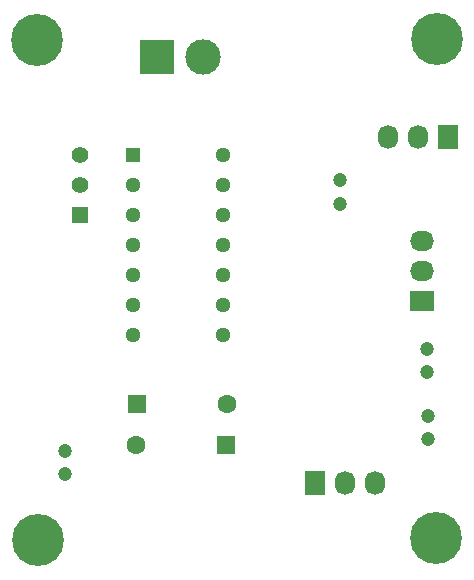
<source format=gbr>
%TF.GenerationSoftware,KiCad,Pcbnew,9.0.6*%
%TF.CreationDate,2026-01-22T12:37:59+05:30*%
%TF.ProjectId,Muscle sensor,4d757363-6c65-4207-9365-6e736f722e6b,rev?*%
%TF.SameCoordinates,Original*%
%TF.FileFunction,Soldermask,Bot*%
%TF.FilePolarity,Negative*%
%FSLAX46Y46*%
G04 Gerber Fmt 4.6, Leading zero omitted, Abs format (unit mm)*
G04 Created by KiCad (PCBNEW 9.0.6) date 2026-01-22 12:37:59*
%MOMM*%
%LPD*%
G01*
G04 APERTURE LIST*
G04 Aperture macros list*
%AMRoundRect*
0 Rectangle with rounded corners*
0 $1 Rounding radius*
0 $2 $3 $4 $5 $6 $7 $8 $9 X,Y pos of 4 corners*
0 Add a 4 corners polygon primitive as box body*
4,1,4,$2,$3,$4,$5,$6,$7,$8,$9,$2,$3,0*
0 Add four circle primitives for the rounded corners*
1,1,$1+$1,$2,$3*
1,1,$1+$1,$4,$5*
1,1,$1+$1,$6,$7*
1,1,$1+$1,$8,$9*
0 Add four rect primitives between the rounded corners*
20,1,$1+$1,$2,$3,$4,$5,0*
20,1,$1+$1,$4,$5,$6,$7,0*
20,1,$1+$1,$6,$7,$8,$9,0*
20,1,$1+$1,$8,$9,$2,$3,0*%
G04 Aperture macros list end*
%ADD10C,0.700000*%
%ADD11C,4.400000*%
%ADD12R,1.730000X2.030000*%
%ADD13O,1.730000X2.030000*%
%ADD14C,1.200000*%
%ADD15R,2.030000X1.730000*%
%ADD16O,2.030000X1.730000*%
%ADD17R,1.295400X1.295400*%
%ADD18C,1.295400*%
%ADD19R,3.000000X3.000000*%
%ADD20C,3.000000*%
%ADD21RoundRect,0.250000X-0.550000X-0.550000X0.550000X-0.550000X0.550000X0.550000X-0.550000X0.550000X0*%
%ADD22C,1.600000*%
%ADD23RoundRect,0.250000X0.550000X0.550000X-0.550000X0.550000X-0.550000X-0.550000X0.550000X-0.550000X0*%
%ADD24RoundRect,0.102000X0.609000X-0.609000X0.609000X0.609000X-0.609000X0.609000X-0.609000X-0.609000X0*%
%ADD25C,1.422000*%
G04 APERTURE END LIST*
D10*
%TO.C,H2*%
X144640000Y-104210000D03*
X144156726Y-105376726D03*
X144156726Y-103043274D03*
X142990000Y-105860000D03*
D11*
X142990000Y-104210000D03*
D10*
X142990000Y-102560000D03*
X141823274Y-105376726D03*
X141823274Y-103043274D03*
X141340000Y-104210000D03*
%TD*%
%TO.C,H4*%
X178353274Y-103993274D03*
X177870000Y-105160000D03*
X177870000Y-102826548D03*
X176703274Y-105643274D03*
D11*
X176703274Y-103993274D03*
D10*
X176703274Y-102343274D03*
X175536548Y-105160000D03*
X175536548Y-102826548D03*
X175053274Y-103993274D03*
%TD*%
D12*
%TO.C,J4*%
X177710000Y-70070000D03*
D13*
X175170000Y-70070000D03*
X172630000Y-70070000D03*
%TD*%
D12*
%TO.C,J3*%
X166460000Y-99360000D03*
D13*
X169000000Y-99360000D03*
X171540000Y-99360000D03*
%TD*%
D14*
%TO.C,C3*%
X145330000Y-98620000D03*
X145330000Y-96620000D03*
%TD*%
D15*
%TO.C,J2*%
X175500000Y-83940000D03*
D16*
X175500000Y-81400000D03*
X175500000Y-78860000D03*
%TD*%
D17*
%TO.C,U2*%
X151090000Y-71590000D03*
D18*
X151090000Y-74130000D03*
X151090000Y-76670000D03*
X151090000Y-79210000D03*
X151090000Y-81750000D03*
X151090000Y-84290000D03*
X151090000Y-86830000D03*
X158710000Y-86830000D03*
X158710000Y-84290000D03*
X158710000Y-81750000D03*
X158710000Y-79210000D03*
X158710000Y-76670000D03*
X158710000Y-74130000D03*
X158710000Y-71590000D03*
%TD*%
D14*
%TO.C,C4*%
X168560000Y-75730000D03*
X168560000Y-73730000D03*
%TD*%
D19*
%TO.C,J1*%
X153072500Y-63320000D03*
D20*
X156952500Y-63320000D03*
%TD*%
D21*
%TO.C,D1*%
X151420000Y-92660000D03*
D22*
X159040000Y-92660000D03*
%TD*%
D23*
%TO.C,D2*%
X158910000Y-96110000D03*
D22*
X151290000Y-96110000D03*
%TD*%
D14*
%TO.C,C2*%
X176020000Y-95680000D03*
X176020000Y-93680000D03*
%TD*%
D10*
%TO.C,H1*%
X144610000Y-61860000D03*
X144126726Y-63026726D03*
X144126726Y-60693274D03*
X142960000Y-63510000D03*
D11*
X142960000Y-61860000D03*
D10*
X142960000Y-60210000D03*
X141793274Y-63026726D03*
X141793274Y-60693274D03*
X141310000Y-61860000D03*
%TD*%
%TO.C,H3*%
X175113274Y-61796726D03*
X175596548Y-60630000D03*
X175596548Y-62963452D03*
X176763274Y-60146726D03*
D11*
X176763274Y-61796726D03*
D10*
X176763274Y-63446726D03*
X177930000Y-60630000D03*
X177930000Y-62963452D03*
X178413274Y-61796726D03*
%TD*%
D24*
%TO.C,VR1*%
X146550000Y-76660000D03*
D25*
X146550000Y-74120000D03*
X146550000Y-71580000D03*
%TD*%
D14*
%TO.C,C1*%
X175950000Y-90010000D03*
X175950000Y-88010000D03*
%TD*%
M02*

</source>
